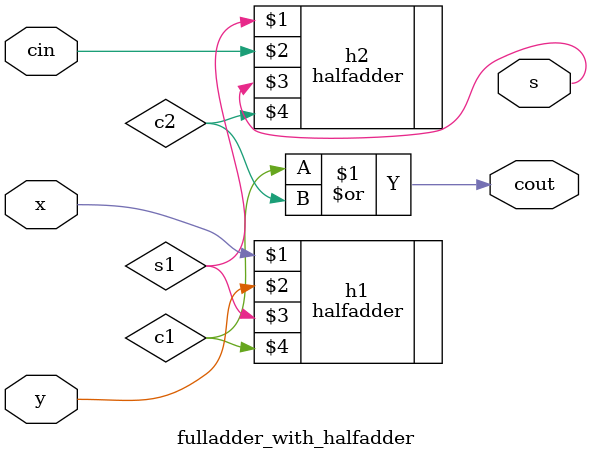
<source format=v>
`timescale 1ns / 1ps


module fulladder_with_halfadder(
    input x,
    input y,
    input cin,
    output s,
    output cout
    );
    wire s1,c1,c2;
    halfadder h1(x,y,s1,c1);
    halfadder h2(s1,cin,s,c2);
    or o1(cout,c1,c2);
endmodule

</source>
